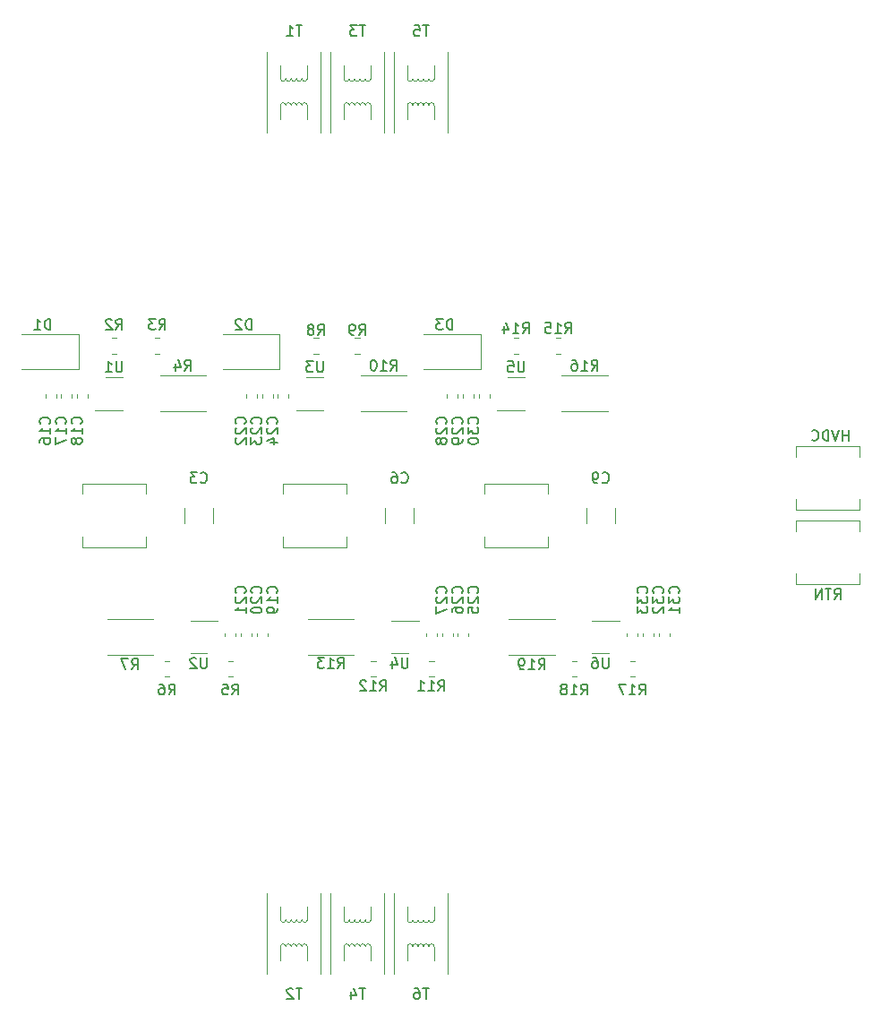
<source format=gbr>
G04 #@! TF.GenerationSoftware,KiCad,Pcbnew,(6.0.10)*
G04 #@! TF.CreationDate,2023-01-16T22:36:07-05:00*
G04 #@! TF.ProjectId,Three-Half-Bridges,54687265-652d-4486-916c-662d42726964,rev?*
G04 #@! TF.SameCoordinates,Original*
G04 #@! TF.FileFunction,Legend,Bot*
G04 #@! TF.FilePolarity,Positive*
%FSLAX46Y46*%
G04 Gerber Fmt 4.6, Leading zero omitted, Abs format (unit mm)*
G04 Created by KiCad (PCBNEW (6.0.10)) date 2023-01-16 22:36:07*
%MOMM*%
%LPD*%
G01*
G04 APERTURE LIST*
%ADD10C,0.150000*%
%ADD11C,0.120000*%
G04 APERTURE END LIST*
D10*
X192095238Y-105952380D02*
X192428571Y-105476190D01*
X192666666Y-105952380D02*
X192666666Y-104952380D01*
X192285714Y-104952380D01*
X192190476Y-105000000D01*
X192142857Y-105047619D01*
X192095238Y-105142857D01*
X192095238Y-105285714D01*
X192142857Y-105380952D01*
X192190476Y-105428571D01*
X192285714Y-105476190D01*
X192666666Y-105476190D01*
X191809523Y-104952380D02*
X191238095Y-104952380D01*
X191523809Y-105952380D02*
X191523809Y-104952380D01*
X190904761Y-105952380D02*
X190904761Y-104952380D01*
X190333333Y-105952380D01*
X190333333Y-104952380D01*
X193464285Y-90952380D02*
X193464285Y-89952380D01*
X193464285Y-90428571D02*
X192892857Y-90428571D01*
X192892857Y-90952380D02*
X192892857Y-89952380D01*
X192559523Y-89952380D02*
X192226190Y-90952380D01*
X191892857Y-89952380D01*
X191559523Y-90952380D02*
X191559523Y-89952380D01*
X191321428Y-89952380D01*
X191178571Y-90000000D01*
X191083333Y-90095238D01*
X191035714Y-90190476D01*
X190988095Y-90380952D01*
X190988095Y-90523809D01*
X191035714Y-90714285D01*
X191083333Y-90809523D01*
X191178571Y-90904761D01*
X191321428Y-90952380D01*
X191559523Y-90952380D01*
X189988095Y-90857142D02*
X190035714Y-90904761D01*
X190178571Y-90952380D01*
X190273809Y-90952380D01*
X190416666Y-90904761D01*
X190511904Y-90809523D01*
X190559523Y-90714285D01*
X190607142Y-90523809D01*
X190607142Y-90380952D01*
X190559523Y-90190476D01*
X190511904Y-90095238D01*
X190416666Y-90000000D01*
X190273809Y-89952380D01*
X190178571Y-89952380D01*
X190035714Y-90000000D01*
X189988095Y-90047619D01*
X162642857Y-80802380D02*
X162976190Y-80326190D01*
X163214285Y-80802380D02*
X163214285Y-79802380D01*
X162833333Y-79802380D01*
X162738095Y-79850000D01*
X162690476Y-79897619D01*
X162642857Y-79992857D01*
X162642857Y-80135714D01*
X162690476Y-80230952D01*
X162738095Y-80278571D01*
X162833333Y-80326190D01*
X163214285Y-80326190D01*
X161690476Y-80802380D02*
X162261904Y-80802380D01*
X161976190Y-80802380D02*
X161976190Y-79802380D01*
X162071428Y-79945238D01*
X162166666Y-80040476D01*
X162261904Y-80088095D01*
X160833333Y-80135714D02*
X160833333Y-80802380D01*
X161071428Y-79754761D02*
X161309523Y-80469047D01*
X160690476Y-80469047D01*
X162761904Y-83452380D02*
X162761904Y-84261904D01*
X162714285Y-84357142D01*
X162666666Y-84404761D01*
X162571428Y-84452380D01*
X162380952Y-84452380D01*
X162285714Y-84404761D01*
X162238095Y-84357142D01*
X162190476Y-84261904D01*
X162190476Y-83452380D01*
X161238095Y-83452380D02*
X161714285Y-83452380D01*
X161761904Y-83928571D01*
X161714285Y-83880952D01*
X161619047Y-83833333D01*
X161380952Y-83833333D01*
X161285714Y-83880952D01*
X161238095Y-83928571D01*
X161190476Y-84023809D01*
X161190476Y-84261904D01*
X161238095Y-84357142D01*
X161285714Y-84404761D01*
X161380952Y-84452380D01*
X161619047Y-84452380D01*
X161714285Y-84404761D01*
X161761904Y-84357142D01*
X173642857Y-114952380D02*
X173976190Y-114476190D01*
X174214285Y-114952380D02*
X174214285Y-113952380D01*
X173833333Y-113952380D01*
X173738095Y-114000000D01*
X173690476Y-114047619D01*
X173642857Y-114142857D01*
X173642857Y-114285714D01*
X173690476Y-114380952D01*
X173738095Y-114428571D01*
X173833333Y-114476190D01*
X174214285Y-114476190D01*
X172690476Y-114952380D02*
X173261904Y-114952380D01*
X172976190Y-114952380D02*
X172976190Y-113952380D01*
X173071428Y-114095238D01*
X173166666Y-114190476D01*
X173261904Y-114238095D01*
X172357142Y-113952380D02*
X171690476Y-113952380D01*
X172119047Y-114952380D01*
X136357142Y-105357142D02*
X136404761Y-105309523D01*
X136452380Y-105166666D01*
X136452380Y-105071428D01*
X136404761Y-104928571D01*
X136309523Y-104833333D01*
X136214285Y-104785714D01*
X136023809Y-104738095D01*
X135880952Y-104738095D01*
X135690476Y-104785714D01*
X135595238Y-104833333D01*
X135500000Y-104928571D01*
X135452380Y-105071428D01*
X135452380Y-105166666D01*
X135500000Y-105309523D01*
X135547619Y-105357142D01*
X135547619Y-105738095D02*
X135500000Y-105785714D01*
X135452380Y-105880952D01*
X135452380Y-106119047D01*
X135500000Y-106214285D01*
X135547619Y-106261904D01*
X135642857Y-106309523D01*
X135738095Y-106309523D01*
X135880952Y-106261904D01*
X136452380Y-105690476D01*
X136452380Y-106309523D01*
X136452380Y-107261904D02*
X136452380Y-106690476D01*
X136452380Y-106976190D02*
X135452380Y-106976190D01*
X135595238Y-106880952D01*
X135690476Y-106785714D01*
X135738095Y-106690476D01*
X155357142Y-105357142D02*
X155404761Y-105309523D01*
X155452380Y-105166666D01*
X155452380Y-105071428D01*
X155404761Y-104928571D01*
X155309523Y-104833333D01*
X155214285Y-104785714D01*
X155023809Y-104738095D01*
X154880952Y-104738095D01*
X154690476Y-104785714D01*
X154595238Y-104833333D01*
X154500000Y-104928571D01*
X154452380Y-105071428D01*
X154452380Y-105166666D01*
X154500000Y-105309523D01*
X154547619Y-105357142D01*
X154547619Y-105738095D02*
X154500000Y-105785714D01*
X154452380Y-105880952D01*
X154452380Y-106119047D01*
X154500000Y-106214285D01*
X154547619Y-106261904D01*
X154642857Y-106309523D01*
X154738095Y-106309523D01*
X154880952Y-106261904D01*
X155452380Y-105690476D01*
X155452380Y-106309523D01*
X154452380Y-106642857D02*
X154452380Y-107309523D01*
X155452380Y-106880952D01*
X168142857Y-114952380D02*
X168476190Y-114476190D01*
X168714285Y-114952380D02*
X168714285Y-113952380D01*
X168333333Y-113952380D01*
X168238095Y-114000000D01*
X168190476Y-114047619D01*
X168142857Y-114142857D01*
X168142857Y-114285714D01*
X168190476Y-114380952D01*
X168238095Y-114428571D01*
X168333333Y-114476190D01*
X168714285Y-114476190D01*
X167190476Y-114952380D02*
X167761904Y-114952380D01*
X167476190Y-114952380D02*
X167476190Y-113952380D01*
X167571428Y-114095238D01*
X167666666Y-114190476D01*
X167761904Y-114238095D01*
X166619047Y-114380952D02*
X166714285Y-114333333D01*
X166761904Y-114285714D01*
X166809523Y-114190476D01*
X166809523Y-114142857D01*
X166761904Y-114047619D01*
X166714285Y-114000000D01*
X166619047Y-113952380D01*
X166428571Y-113952380D01*
X166333333Y-114000000D01*
X166285714Y-114047619D01*
X166238095Y-114142857D01*
X166238095Y-114190476D01*
X166285714Y-114285714D01*
X166333333Y-114333333D01*
X166428571Y-114380952D01*
X166619047Y-114380952D01*
X166714285Y-114428571D01*
X166761904Y-114476190D01*
X166809523Y-114571428D01*
X166809523Y-114761904D01*
X166761904Y-114857142D01*
X166714285Y-114904761D01*
X166619047Y-114952380D01*
X166428571Y-114952380D01*
X166333333Y-114904761D01*
X166285714Y-114857142D01*
X166238095Y-114761904D01*
X166238095Y-114571428D01*
X166285714Y-114476190D01*
X166333333Y-114428571D01*
X166428571Y-114380952D01*
X149142857Y-114602380D02*
X149476190Y-114126190D01*
X149714285Y-114602380D02*
X149714285Y-113602380D01*
X149333333Y-113602380D01*
X149238095Y-113650000D01*
X149190476Y-113697619D01*
X149142857Y-113792857D01*
X149142857Y-113935714D01*
X149190476Y-114030952D01*
X149238095Y-114078571D01*
X149333333Y-114126190D01*
X149714285Y-114126190D01*
X148190476Y-114602380D02*
X148761904Y-114602380D01*
X148476190Y-114602380D02*
X148476190Y-113602380D01*
X148571428Y-113745238D01*
X148666666Y-113840476D01*
X148761904Y-113888095D01*
X147809523Y-113697619D02*
X147761904Y-113650000D01*
X147666666Y-113602380D01*
X147428571Y-113602380D01*
X147333333Y-113650000D01*
X147285714Y-113697619D01*
X147238095Y-113792857D01*
X147238095Y-113888095D01*
X147285714Y-114030952D01*
X147857142Y-114602380D01*
X147238095Y-114602380D01*
X156857142Y-105357142D02*
X156904761Y-105309523D01*
X156952380Y-105166666D01*
X156952380Y-105071428D01*
X156904761Y-104928571D01*
X156809523Y-104833333D01*
X156714285Y-104785714D01*
X156523809Y-104738095D01*
X156380952Y-104738095D01*
X156190476Y-104785714D01*
X156095238Y-104833333D01*
X156000000Y-104928571D01*
X155952380Y-105071428D01*
X155952380Y-105166666D01*
X156000000Y-105309523D01*
X156047619Y-105357142D01*
X156047619Y-105738095D02*
X156000000Y-105785714D01*
X155952380Y-105880952D01*
X155952380Y-106119047D01*
X156000000Y-106214285D01*
X156047619Y-106261904D01*
X156142857Y-106309523D01*
X156238095Y-106309523D01*
X156380952Y-106261904D01*
X156952380Y-105690476D01*
X156952380Y-106309523D01*
X155952380Y-107166666D02*
X155952380Y-106976190D01*
X156000000Y-106880952D01*
X156047619Y-106833333D01*
X156190476Y-106738095D01*
X156380952Y-106690476D01*
X156761904Y-106690476D01*
X156857142Y-106738095D01*
X156904761Y-106785714D01*
X156952380Y-106880952D01*
X156952380Y-107071428D01*
X156904761Y-107166666D01*
X156857142Y-107214285D01*
X156761904Y-107261904D01*
X156523809Y-107261904D01*
X156428571Y-107214285D01*
X156380952Y-107166666D01*
X156333333Y-107071428D01*
X156333333Y-106880952D01*
X156380952Y-106785714D01*
X156428571Y-106738095D01*
X156523809Y-106690476D01*
X166642857Y-80802380D02*
X166976190Y-80326190D01*
X167214285Y-80802380D02*
X167214285Y-79802380D01*
X166833333Y-79802380D01*
X166738095Y-79850000D01*
X166690476Y-79897619D01*
X166642857Y-79992857D01*
X166642857Y-80135714D01*
X166690476Y-80230952D01*
X166738095Y-80278571D01*
X166833333Y-80326190D01*
X167214285Y-80326190D01*
X165690476Y-80802380D02*
X166261904Y-80802380D01*
X165976190Y-80802380D02*
X165976190Y-79802380D01*
X166071428Y-79945238D01*
X166166666Y-80040476D01*
X166261904Y-80088095D01*
X164785714Y-79802380D02*
X165261904Y-79802380D01*
X165309523Y-80278571D01*
X165261904Y-80230952D01*
X165166666Y-80183333D01*
X164928571Y-80183333D01*
X164833333Y-80230952D01*
X164785714Y-80278571D01*
X164738095Y-80373809D01*
X164738095Y-80611904D01*
X164785714Y-80707142D01*
X164833333Y-80754761D01*
X164928571Y-80802380D01*
X165166666Y-80802380D01*
X165261904Y-80754761D01*
X165309523Y-80707142D01*
X147761904Y-51702380D02*
X147190476Y-51702380D01*
X147476190Y-52702380D02*
X147476190Y-51702380D01*
X146952380Y-51702380D02*
X146333333Y-51702380D01*
X146666666Y-52083333D01*
X146523809Y-52083333D01*
X146428571Y-52130952D01*
X146380952Y-52178571D01*
X146333333Y-52273809D01*
X146333333Y-52511904D01*
X146380952Y-52607142D01*
X146428571Y-52654761D01*
X146523809Y-52702380D01*
X146809523Y-52702380D01*
X146904761Y-52654761D01*
X146952380Y-52607142D01*
X143254166Y-80952380D02*
X143587500Y-80476190D01*
X143825595Y-80952380D02*
X143825595Y-79952380D01*
X143444642Y-79952380D01*
X143349404Y-80000000D01*
X143301785Y-80047619D01*
X143254166Y-80142857D01*
X143254166Y-80285714D01*
X143301785Y-80380952D01*
X143349404Y-80428571D01*
X143444642Y-80476190D01*
X143825595Y-80476190D01*
X142682738Y-80380952D02*
X142777976Y-80333333D01*
X142825595Y-80285714D01*
X142873214Y-80190476D01*
X142873214Y-80142857D01*
X142825595Y-80047619D01*
X142777976Y-80000000D01*
X142682738Y-79952380D01*
X142492261Y-79952380D01*
X142397023Y-80000000D01*
X142349404Y-80047619D01*
X142301785Y-80142857D01*
X142301785Y-80190476D01*
X142349404Y-80285714D01*
X142397023Y-80333333D01*
X142492261Y-80380952D01*
X142682738Y-80380952D01*
X142777976Y-80428571D01*
X142825595Y-80476190D01*
X142873214Y-80571428D01*
X142873214Y-80761904D01*
X142825595Y-80857142D01*
X142777976Y-80904761D01*
X142682738Y-80952380D01*
X142492261Y-80952380D01*
X142397023Y-80904761D01*
X142349404Y-80857142D01*
X142301785Y-80761904D01*
X142301785Y-80571428D01*
X142349404Y-80476190D01*
X142397023Y-80428571D01*
X142492261Y-80380952D01*
X158357142Y-89357142D02*
X158404761Y-89309523D01*
X158452380Y-89166666D01*
X158452380Y-89071428D01*
X158404761Y-88928571D01*
X158309523Y-88833333D01*
X158214285Y-88785714D01*
X158023809Y-88738095D01*
X157880952Y-88738095D01*
X157690476Y-88785714D01*
X157595238Y-88833333D01*
X157500000Y-88928571D01*
X157452380Y-89071428D01*
X157452380Y-89166666D01*
X157500000Y-89309523D01*
X157547619Y-89357142D01*
X157452380Y-89690476D02*
X157452380Y-90309523D01*
X157833333Y-89976190D01*
X157833333Y-90119047D01*
X157880952Y-90214285D01*
X157928571Y-90261904D01*
X158023809Y-90309523D01*
X158261904Y-90309523D01*
X158357142Y-90261904D01*
X158404761Y-90214285D01*
X158452380Y-90119047D01*
X158452380Y-89833333D01*
X158404761Y-89738095D01*
X158357142Y-89690476D01*
X157452380Y-90928571D02*
X157452380Y-91023809D01*
X157500000Y-91119047D01*
X157547619Y-91166666D01*
X157642857Y-91214285D01*
X157833333Y-91261904D01*
X158071428Y-91261904D01*
X158261904Y-91214285D01*
X158357142Y-91166666D01*
X158404761Y-91119047D01*
X158452380Y-91023809D01*
X158452380Y-90928571D01*
X158404761Y-90833333D01*
X158357142Y-90785714D01*
X158261904Y-90738095D01*
X158071428Y-90690476D01*
X157833333Y-90690476D01*
X157642857Y-90738095D01*
X157547619Y-90785714D01*
X157500000Y-90833333D01*
X157452380Y-90928571D01*
X174357142Y-105357142D02*
X174404761Y-105309523D01*
X174452380Y-105166666D01*
X174452380Y-105071428D01*
X174404761Y-104928571D01*
X174309523Y-104833333D01*
X174214285Y-104785714D01*
X174023809Y-104738095D01*
X173880952Y-104738095D01*
X173690476Y-104785714D01*
X173595238Y-104833333D01*
X173500000Y-104928571D01*
X173452380Y-105071428D01*
X173452380Y-105166666D01*
X173500000Y-105309523D01*
X173547619Y-105357142D01*
X173452380Y-105690476D02*
X173452380Y-106309523D01*
X173833333Y-105976190D01*
X173833333Y-106119047D01*
X173880952Y-106214285D01*
X173928571Y-106261904D01*
X174023809Y-106309523D01*
X174261904Y-106309523D01*
X174357142Y-106261904D01*
X174404761Y-106214285D01*
X174452380Y-106119047D01*
X174452380Y-105833333D01*
X174404761Y-105738095D01*
X174357142Y-105690476D01*
X173452380Y-106642857D02*
X173452380Y-107261904D01*
X173833333Y-106928571D01*
X173833333Y-107071428D01*
X173880952Y-107166666D01*
X173928571Y-107214285D01*
X174023809Y-107261904D01*
X174261904Y-107261904D01*
X174357142Y-107214285D01*
X174404761Y-107166666D01*
X174452380Y-107071428D01*
X174452380Y-106785714D01*
X174404761Y-106690476D01*
X174357142Y-106642857D01*
X170761904Y-111452380D02*
X170761904Y-112261904D01*
X170714285Y-112357142D01*
X170666666Y-112404761D01*
X170571428Y-112452380D01*
X170380952Y-112452380D01*
X170285714Y-112404761D01*
X170238095Y-112357142D01*
X170190476Y-112261904D01*
X170190476Y-111452380D01*
X169285714Y-111452380D02*
X169476190Y-111452380D01*
X169571428Y-111500000D01*
X169619047Y-111547619D01*
X169714285Y-111690476D01*
X169761904Y-111880952D01*
X169761904Y-112261904D01*
X169714285Y-112357142D01*
X169666666Y-112404761D01*
X169571428Y-112452380D01*
X169380952Y-112452380D01*
X169285714Y-112404761D01*
X169238095Y-112357142D01*
X169190476Y-112261904D01*
X169190476Y-112023809D01*
X169238095Y-111928571D01*
X169285714Y-111880952D01*
X169380952Y-111833333D01*
X169571428Y-111833333D01*
X169666666Y-111880952D01*
X169714285Y-111928571D01*
X169761904Y-112023809D01*
X136988095Y-80452380D02*
X136988095Y-79452380D01*
X136750000Y-79452380D01*
X136607142Y-79500000D01*
X136511904Y-79595238D01*
X136464285Y-79690476D01*
X136416666Y-79880952D01*
X136416666Y-80023809D01*
X136464285Y-80214285D01*
X136511904Y-80309523D01*
X136607142Y-80404761D01*
X136750000Y-80452380D01*
X136988095Y-80452380D01*
X136035714Y-79547619D02*
X135988095Y-79500000D01*
X135892857Y-79452380D01*
X135654761Y-79452380D01*
X135559523Y-79500000D01*
X135511904Y-79547619D01*
X135464285Y-79642857D01*
X135464285Y-79738095D01*
X135511904Y-79880952D01*
X136083333Y-80452380D01*
X135464285Y-80452380D01*
X141761904Y-142702380D02*
X141190476Y-142702380D01*
X141476190Y-143702380D02*
X141476190Y-142702380D01*
X140904761Y-142797619D02*
X140857142Y-142750000D01*
X140761904Y-142702380D01*
X140523809Y-142702380D01*
X140428571Y-142750000D01*
X140380952Y-142797619D01*
X140333333Y-142892857D01*
X140333333Y-142988095D01*
X140380952Y-143130952D01*
X140952380Y-143702380D01*
X140333333Y-143702380D01*
X153761904Y-142702380D02*
X153190476Y-142702380D01*
X153476190Y-143702380D02*
X153476190Y-142702380D01*
X152428571Y-142702380D02*
X152619047Y-142702380D01*
X152714285Y-142750000D01*
X152761904Y-142797619D01*
X152857142Y-142940476D01*
X152904761Y-143130952D01*
X152904761Y-143511904D01*
X152857142Y-143607142D01*
X152809523Y-143654761D01*
X152714285Y-143702380D01*
X152523809Y-143702380D01*
X152428571Y-143654761D01*
X152380952Y-143607142D01*
X152333333Y-143511904D01*
X152333333Y-143273809D01*
X152380952Y-143178571D01*
X152428571Y-143130952D01*
X152523809Y-143083333D01*
X152714285Y-143083333D01*
X152809523Y-143130952D01*
X152857142Y-143178571D01*
X152904761Y-143273809D01*
X130666666Y-84332380D02*
X131000000Y-83856190D01*
X131238095Y-84332380D02*
X131238095Y-83332380D01*
X130857142Y-83332380D01*
X130761904Y-83380000D01*
X130714285Y-83427619D01*
X130666666Y-83522857D01*
X130666666Y-83665714D01*
X130714285Y-83760952D01*
X130761904Y-83808571D01*
X130857142Y-83856190D01*
X131238095Y-83856190D01*
X129809523Y-83665714D02*
X129809523Y-84332380D01*
X130047619Y-83284761D02*
X130285714Y-83999047D01*
X129666666Y-83999047D01*
X139357142Y-105357142D02*
X139404761Y-105309523D01*
X139452380Y-105166666D01*
X139452380Y-105071428D01*
X139404761Y-104928571D01*
X139309523Y-104833333D01*
X139214285Y-104785714D01*
X139023809Y-104738095D01*
X138880952Y-104738095D01*
X138690476Y-104785714D01*
X138595238Y-104833333D01*
X138500000Y-104928571D01*
X138452380Y-105071428D01*
X138452380Y-105166666D01*
X138500000Y-105309523D01*
X138547619Y-105357142D01*
X139452380Y-106309523D02*
X139452380Y-105738095D01*
X139452380Y-106023809D02*
X138452380Y-106023809D01*
X138595238Y-105928571D01*
X138690476Y-105833333D01*
X138738095Y-105738095D01*
X139452380Y-106785714D02*
X139452380Y-106976190D01*
X139404761Y-107071428D01*
X139357142Y-107119047D01*
X139214285Y-107214285D01*
X139023809Y-107261904D01*
X138642857Y-107261904D01*
X138547619Y-107214285D01*
X138500000Y-107166666D01*
X138452380Y-107071428D01*
X138452380Y-106880952D01*
X138500000Y-106785714D01*
X138547619Y-106738095D01*
X138642857Y-106690476D01*
X138880952Y-106690476D01*
X138976190Y-106738095D01*
X139023809Y-106785714D01*
X139071428Y-106880952D01*
X139071428Y-107071428D01*
X139023809Y-107166666D01*
X138976190Y-107214285D01*
X138880952Y-107261904D01*
X125666666Y-112572380D02*
X126000000Y-112096190D01*
X126238095Y-112572380D02*
X126238095Y-111572380D01*
X125857142Y-111572380D01*
X125761904Y-111620000D01*
X125714285Y-111667619D01*
X125666666Y-111762857D01*
X125666666Y-111905714D01*
X125714285Y-112000952D01*
X125761904Y-112048571D01*
X125857142Y-112096190D01*
X126238095Y-112096190D01*
X125333333Y-111572380D02*
X124666666Y-111572380D01*
X125095238Y-112572380D01*
X154642857Y-114602380D02*
X154976190Y-114126190D01*
X155214285Y-114602380D02*
X155214285Y-113602380D01*
X154833333Y-113602380D01*
X154738095Y-113650000D01*
X154690476Y-113697619D01*
X154642857Y-113792857D01*
X154642857Y-113935714D01*
X154690476Y-114030952D01*
X154738095Y-114078571D01*
X154833333Y-114126190D01*
X155214285Y-114126190D01*
X153690476Y-114602380D02*
X154261904Y-114602380D01*
X153976190Y-114602380D02*
X153976190Y-113602380D01*
X154071428Y-113745238D01*
X154166666Y-113840476D01*
X154261904Y-113888095D01*
X152738095Y-114602380D02*
X153309523Y-114602380D01*
X153023809Y-114602380D02*
X153023809Y-113602380D01*
X153119047Y-113745238D01*
X153214285Y-113840476D01*
X153309523Y-113888095D01*
X119357142Y-89357142D02*
X119404761Y-89309523D01*
X119452380Y-89166666D01*
X119452380Y-89071428D01*
X119404761Y-88928571D01*
X119309523Y-88833333D01*
X119214285Y-88785714D01*
X119023809Y-88738095D01*
X118880952Y-88738095D01*
X118690476Y-88785714D01*
X118595238Y-88833333D01*
X118500000Y-88928571D01*
X118452380Y-89071428D01*
X118452380Y-89166666D01*
X118500000Y-89309523D01*
X118547619Y-89357142D01*
X119452380Y-90309523D02*
X119452380Y-89738095D01*
X119452380Y-90023809D02*
X118452380Y-90023809D01*
X118595238Y-89928571D01*
X118690476Y-89833333D01*
X118738095Y-89738095D01*
X118452380Y-90642857D02*
X118452380Y-91309523D01*
X119452380Y-90880952D01*
X141761904Y-51702380D02*
X141190476Y-51702380D01*
X141476190Y-52702380D02*
X141476190Y-51702380D01*
X140333333Y-52702380D02*
X140904761Y-52702380D01*
X140619047Y-52702380D02*
X140619047Y-51702380D01*
X140714285Y-51845238D01*
X140809523Y-51940476D01*
X140904761Y-51988095D01*
X175857142Y-105357142D02*
X175904761Y-105309523D01*
X175952380Y-105166666D01*
X175952380Y-105071428D01*
X175904761Y-104928571D01*
X175809523Y-104833333D01*
X175714285Y-104785714D01*
X175523809Y-104738095D01*
X175380952Y-104738095D01*
X175190476Y-104785714D01*
X175095238Y-104833333D01*
X175000000Y-104928571D01*
X174952380Y-105071428D01*
X174952380Y-105166666D01*
X175000000Y-105309523D01*
X175047619Y-105357142D01*
X174952380Y-105690476D02*
X174952380Y-106309523D01*
X175333333Y-105976190D01*
X175333333Y-106119047D01*
X175380952Y-106214285D01*
X175428571Y-106261904D01*
X175523809Y-106309523D01*
X175761904Y-106309523D01*
X175857142Y-106261904D01*
X175904761Y-106214285D01*
X175952380Y-106119047D01*
X175952380Y-105833333D01*
X175904761Y-105738095D01*
X175857142Y-105690476D01*
X175047619Y-106690476D02*
X175000000Y-106738095D01*
X174952380Y-106833333D01*
X174952380Y-107071428D01*
X175000000Y-107166666D01*
X175047619Y-107214285D01*
X175142857Y-107261904D01*
X175238095Y-107261904D01*
X175380952Y-107214285D01*
X175952380Y-106642857D01*
X175952380Y-107261904D01*
X150142857Y-84332380D02*
X150476190Y-83856190D01*
X150714285Y-84332380D02*
X150714285Y-83332380D01*
X150333333Y-83332380D01*
X150238095Y-83380000D01*
X150190476Y-83427619D01*
X150142857Y-83522857D01*
X150142857Y-83665714D01*
X150190476Y-83760952D01*
X150238095Y-83808571D01*
X150333333Y-83856190D01*
X150714285Y-83856190D01*
X149190476Y-84332380D02*
X149761904Y-84332380D01*
X149476190Y-84332380D02*
X149476190Y-83332380D01*
X149571428Y-83475238D01*
X149666666Y-83570476D01*
X149761904Y-83618095D01*
X148571428Y-83332380D02*
X148476190Y-83332380D01*
X148380952Y-83380000D01*
X148333333Y-83427619D01*
X148285714Y-83522857D01*
X148238095Y-83713333D01*
X148238095Y-83951428D01*
X148285714Y-84141904D01*
X148333333Y-84237142D01*
X148380952Y-84284761D01*
X148476190Y-84332380D01*
X148571428Y-84332380D01*
X148666666Y-84284761D01*
X148714285Y-84237142D01*
X148761904Y-84141904D01*
X148809523Y-83951428D01*
X148809523Y-83713333D01*
X148761904Y-83522857D01*
X148714285Y-83427619D01*
X148666666Y-83380000D01*
X148571428Y-83332380D01*
X137857142Y-105357142D02*
X137904761Y-105309523D01*
X137952380Y-105166666D01*
X137952380Y-105071428D01*
X137904761Y-104928571D01*
X137809523Y-104833333D01*
X137714285Y-104785714D01*
X137523809Y-104738095D01*
X137380952Y-104738095D01*
X137190476Y-104785714D01*
X137095238Y-104833333D01*
X137000000Y-104928571D01*
X136952380Y-105071428D01*
X136952380Y-105166666D01*
X137000000Y-105309523D01*
X137047619Y-105357142D01*
X137047619Y-105738095D02*
X137000000Y-105785714D01*
X136952380Y-105880952D01*
X136952380Y-106119047D01*
X137000000Y-106214285D01*
X137047619Y-106261904D01*
X137142857Y-106309523D01*
X137238095Y-106309523D01*
X137380952Y-106261904D01*
X137952380Y-105690476D01*
X137952380Y-106309523D01*
X136952380Y-106928571D02*
X136952380Y-107023809D01*
X137000000Y-107119047D01*
X137047619Y-107166666D01*
X137142857Y-107214285D01*
X137333333Y-107261904D01*
X137571428Y-107261904D01*
X137761904Y-107214285D01*
X137857142Y-107166666D01*
X137904761Y-107119047D01*
X137952380Y-107023809D01*
X137952380Y-106928571D01*
X137904761Y-106833333D01*
X137857142Y-106785714D01*
X137761904Y-106738095D01*
X137571428Y-106690476D01*
X137333333Y-106690476D01*
X137142857Y-106738095D01*
X137047619Y-106785714D01*
X137000000Y-106833333D01*
X136952380Y-106928571D01*
X117988095Y-80452380D02*
X117988095Y-79452380D01*
X117750000Y-79452380D01*
X117607142Y-79500000D01*
X117511904Y-79595238D01*
X117464285Y-79690476D01*
X117416666Y-79880952D01*
X117416666Y-80023809D01*
X117464285Y-80214285D01*
X117511904Y-80309523D01*
X117607142Y-80404761D01*
X117750000Y-80452380D01*
X117988095Y-80452380D01*
X116464285Y-80452380D02*
X117035714Y-80452380D01*
X116750000Y-80452380D02*
X116750000Y-79452380D01*
X116845238Y-79595238D01*
X116940476Y-79690476D01*
X117035714Y-79738095D01*
X129166666Y-114952380D02*
X129500000Y-114476190D01*
X129738095Y-114952380D02*
X129738095Y-113952380D01*
X129357142Y-113952380D01*
X129261904Y-114000000D01*
X129214285Y-114047619D01*
X129166666Y-114142857D01*
X129166666Y-114285714D01*
X129214285Y-114380952D01*
X129261904Y-114428571D01*
X129357142Y-114476190D01*
X129738095Y-114476190D01*
X128309523Y-113952380D02*
X128500000Y-113952380D01*
X128595238Y-114000000D01*
X128642857Y-114047619D01*
X128738095Y-114190476D01*
X128785714Y-114380952D01*
X128785714Y-114761904D01*
X128738095Y-114857142D01*
X128690476Y-114904761D01*
X128595238Y-114952380D01*
X128404761Y-114952380D01*
X128309523Y-114904761D01*
X128261904Y-114857142D01*
X128214285Y-114761904D01*
X128214285Y-114523809D01*
X128261904Y-114428571D01*
X128309523Y-114380952D01*
X128404761Y-114333333D01*
X128595238Y-114333333D01*
X128690476Y-114380952D01*
X128738095Y-114428571D01*
X128785714Y-114523809D01*
X151761904Y-111452380D02*
X151761904Y-112261904D01*
X151714285Y-112357142D01*
X151666666Y-112404761D01*
X151571428Y-112452380D01*
X151380952Y-112452380D01*
X151285714Y-112404761D01*
X151238095Y-112357142D01*
X151190476Y-112261904D01*
X151190476Y-111452380D01*
X150285714Y-111785714D02*
X150285714Y-112452380D01*
X150523809Y-111404761D02*
X150761904Y-112119047D01*
X150142857Y-112119047D01*
X136357142Y-89357142D02*
X136404761Y-89309523D01*
X136452380Y-89166666D01*
X136452380Y-89071428D01*
X136404761Y-88928571D01*
X136309523Y-88833333D01*
X136214285Y-88785714D01*
X136023809Y-88738095D01*
X135880952Y-88738095D01*
X135690476Y-88785714D01*
X135595238Y-88833333D01*
X135500000Y-88928571D01*
X135452380Y-89071428D01*
X135452380Y-89166666D01*
X135500000Y-89309523D01*
X135547619Y-89357142D01*
X135547619Y-89738095D02*
X135500000Y-89785714D01*
X135452380Y-89880952D01*
X135452380Y-90119047D01*
X135500000Y-90214285D01*
X135547619Y-90261904D01*
X135642857Y-90309523D01*
X135738095Y-90309523D01*
X135880952Y-90261904D01*
X136452380Y-89690476D01*
X136452380Y-90309523D01*
X135547619Y-90690476D02*
X135500000Y-90738095D01*
X135452380Y-90833333D01*
X135452380Y-91071428D01*
X135500000Y-91166666D01*
X135547619Y-91214285D01*
X135642857Y-91261904D01*
X135738095Y-91261904D01*
X135880952Y-91214285D01*
X136452380Y-90642857D01*
X136452380Y-91261904D01*
X143761904Y-83452380D02*
X143761904Y-84261904D01*
X143714285Y-84357142D01*
X143666666Y-84404761D01*
X143571428Y-84452380D01*
X143380952Y-84452380D01*
X143285714Y-84404761D01*
X143238095Y-84357142D01*
X143190476Y-84261904D01*
X143190476Y-83452380D01*
X142809523Y-83452380D02*
X142190476Y-83452380D01*
X142523809Y-83833333D01*
X142380952Y-83833333D01*
X142285714Y-83880952D01*
X142238095Y-83928571D01*
X142190476Y-84023809D01*
X142190476Y-84261904D01*
X142238095Y-84357142D01*
X142285714Y-84404761D01*
X142380952Y-84452380D01*
X142666666Y-84452380D01*
X142761904Y-84404761D01*
X142809523Y-84357142D01*
X132166666Y-94857142D02*
X132214285Y-94904761D01*
X132357142Y-94952380D01*
X132452380Y-94952380D01*
X132595238Y-94904761D01*
X132690476Y-94809523D01*
X132738095Y-94714285D01*
X132785714Y-94523809D01*
X132785714Y-94380952D01*
X132738095Y-94190476D01*
X132690476Y-94095238D01*
X132595238Y-94000000D01*
X132452380Y-93952380D01*
X132357142Y-93952380D01*
X132214285Y-94000000D01*
X132166666Y-94047619D01*
X131833333Y-93952380D02*
X131214285Y-93952380D01*
X131547619Y-94333333D01*
X131404761Y-94333333D01*
X131309523Y-94380952D01*
X131261904Y-94428571D01*
X131214285Y-94523809D01*
X131214285Y-94761904D01*
X131261904Y-94857142D01*
X131309523Y-94904761D01*
X131404761Y-94952380D01*
X131690476Y-94952380D01*
X131785714Y-94904761D01*
X131833333Y-94857142D01*
X170166666Y-94857142D02*
X170214285Y-94904761D01*
X170357142Y-94952380D01*
X170452380Y-94952380D01*
X170595238Y-94904761D01*
X170690476Y-94809523D01*
X170738095Y-94714285D01*
X170785714Y-94523809D01*
X170785714Y-94380952D01*
X170738095Y-94190476D01*
X170690476Y-94095238D01*
X170595238Y-94000000D01*
X170452380Y-93952380D01*
X170357142Y-93952380D01*
X170214285Y-94000000D01*
X170166666Y-94047619D01*
X169690476Y-94952380D02*
X169500000Y-94952380D01*
X169404761Y-94904761D01*
X169357142Y-94857142D01*
X169261904Y-94714285D01*
X169214285Y-94523809D01*
X169214285Y-94142857D01*
X169261904Y-94047619D01*
X169309523Y-94000000D01*
X169404761Y-93952380D01*
X169595238Y-93952380D01*
X169690476Y-94000000D01*
X169738095Y-94047619D01*
X169785714Y-94142857D01*
X169785714Y-94380952D01*
X169738095Y-94476190D01*
X169690476Y-94523809D01*
X169595238Y-94571428D01*
X169404761Y-94571428D01*
X169309523Y-94523809D01*
X169261904Y-94476190D01*
X169214285Y-94380952D01*
X147761904Y-142702380D02*
X147190476Y-142702380D01*
X147476190Y-143702380D02*
X147476190Y-142702380D01*
X146428571Y-143035714D02*
X146428571Y-143702380D01*
X146666666Y-142654761D02*
X146904761Y-143369047D01*
X146285714Y-143369047D01*
X139357142Y-89357142D02*
X139404761Y-89309523D01*
X139452380Y-89166666D01*
X139452380Y-89071428D01*
X139404761Y-88928571D01*
X139309523Y-88833333D01*
X139214285Y-88785714D01*
X139023809Y-88738095D01*
X138880952Y-88738095D01*
X138690476Y-88785714D01*
X138595238Y-88833333D01*
X138500000Y-88928571D01*
X138452380Y-89071428D01*
X138452380Y-89166666D01*
X138500000Y-89309523D01*
X138547619Y-89357142D01*
X138547619Y-89738095D02*
X138500000Y-89785714D01*
X138452380Y-89880952D01*
X138452380Y-90119047D01*
X138500000Y-90214285D01*
X138547619Y-90261904D01*
X138642857Y-90309523D01*
X138738095Y-90309523D01*
X138880952Y-90261904D01*
X139452380Y-89690476D01*
X139452380Y-90309523D01*
X138785714Y-91166666D02*
X139452380Y-91166666D01*
X138404761Y-90928571D02*
X139119047Y-90690476D01*
X139119047Y-91309523D01*
X124761904Y-83452380D02*
X124761904Y-84261904D01*
X124714285Y-84357142D01*
X124666666Y-84404761D01*
X124571428Y-84452380D01*
X124380952Y-84452380D01*
X124285714Y-84404761D01*
X124238095Y-84357142D01*
X124190476Y-84261904D01*
X124190476Y-83452380D01*
X123190476Y-84452380D02*
X123761904Y-84452380D01*
X123476190Y-84452380D02*
X123476190Y-83452380D01*
X123571428Y-83595238D01*
X123666666Y-83690476D01*
X123761904Y-83738095D01*
X120857142Y-89357142D02*
X120904761Y-89309523D01*
X120952380Y-89166666D01*
X120952380Y-89071428D01*
X120904761Y-88928571D01*
X120809523Y-88833333D01*
X120714285Y-88785714D01*
X120523809Y-88738095D01*
X120380952Y-88738095D01*
X120190476Y-88785714D01*
X120095238Y-88833333D01*
X120000000Y-88928571D01*
X119952380Y-89071428D01*
X119952380Y-89166666D01*
X120000000Y-89309523D01*
X120047619Y-89357142D01*
X120952380Y-90309523D02*
X120952380Y-89738095D01*
X120952380Y-90023809D02*
X119952380Y-90023809D01*
X120095238Y-89928571D01*
X120190476Y-89833333D01*
X120238095Y-89738095D01*
X120380952Y-90880952D02*
X120333333Y-90785714D01*
X120285714Y-90738095D01*
X120190476Y-90690476D01*
X120142857Y-90690476D01*
X120047619Y-90738095D01*
X120000000Y-90785714D01*
X119952380Y-90880952D01*
X119952380Y-91071428D01*
X120000000Y-91166666D01*
X120047619Y-91214285D01*
X120142857Y-91261904D01*
X120190476Y-91261904D01*
X120285714Y-91214285D01*
X120333333Y-91166666D01*
X120380952Y-91071428D01*
X120380952Y-90880952D01*
X120428571Y-90785714D01*
X120476190Y-90738095D01*
X120571428Y-90690476D01*
X120761904Y-90690476D01*
X120857142Y-90738095D01*
X120904761Y-90785714D01*
X120952380Y-90880952D01*
X120952380Y-91071428D01*
X120904761Y-91166666D01*
X120857142Y-91214285D01*
X120761904Y-91261904D01*
X120571428Y-91261904D01*
X120476190Y-91214285D01*
X120428571Y-91166666D01*
X120380952Y-91071428D01*
X137857142Y-89357142D02*
X137904761Y-89309523D01*
X137952380Y-89166666D01*
X137952380Y-89071428D01*
X137904761Y-88928571D01*
X137809523Y-88833333D01*
X137714285Y-88785714D01*
X137523809Y-88738095D01*
X137380952Y-88738095D01*
X137190476Y-88785714D01*
X137095238Y-88833333D01*
X137000000Y-88928571D01*
X136952380Y-89071428D01*
X136952380Y-89166666D01*
X137000000Y-89309523D01*
X137047619Y-89357142D01*
X137047619Y-89738095D02*
X137000000Y-89785714D01*
X136952380Y-89880952D01*
X136952380Y-90119047D01*
X137000000Y-90214285D01*
X137047619Y-90261904D01*
X137142857Y-90309523D01*
X137238095Y-90309523D01*
X137380952Y-90261904D01*
X137952380Y-89690476D01*
X137952380Y-90309523D01*
X136952380Y-90642857D02*
X136952380Y-91261904D01*
X137333333Y-90928571D01*
X137333333Y-91071428D01*
X137380952Y-91166666D01*
X137428571Y-91214285D01*
X137523809Y-91261904D01*
X137761904Y-91261904D01*
X137857142Y-91214285D01*
X137904761Y-91166666D01*
X137952380Y-91071428D01*
X137952380Y-90785714D01*
X137904761Y-90690476D01*
X137857142Y-90642857D01*
X117857142Y-89357142D02*
X117904761Y-89309523D01*
X117952380Y-89166666D01*
X117952380Y-89071428D01*
X117904761Y-88928571D01*
X117809523Y-88833333D01*
X117714285Y-88785714D01*
X117523809Y-88738095D01*
X117380952Y-88738095D01*
X117190476Y-88785714D01*
X117095238Y-88833333D01*
X117000000Y-88928571D01*
X116952380Y-89071428D01*
X116952380Y-89166666D01*
X117000000Y-89309523D01*
X117047619Y-89357142D01*
X117952380Y-90309523D02*
X117952380Y-89738095D01*
X117952380Y-90023809D02*
X116952380Y-90023809D01*
X117095238Y-89928571D01*
X117190476Y-89833333D01*
X117238095Y-89738095D01*
X116952380Y-91166666D02*
X116952380Y-90976190D01*
X117000000Y-90880952D01*
X117047619Y-90833333D01*
X117190476Y-90738095D01*
X117380952Y-90690476D01*
X117761904Y-90690476D01*
X117857142Y-90738095D01*
X117904761Y-90785714D01*
X117952380Y-90880952D01*
X117952380Y-91071428D01*
X117904761Y-91166666D01*
X117857142Y-91214285D01*
X117761904Y-91261904D01*
X117523809Y-91261904D01*
X117428571Y-91214285D01*
X117380952Y-91166666D01*
X117333333Y-91071428D01*
X117333333Y-90880952D01*
X117380952Y-90785714D01*
X117428571Y-90738095D01*
X117523809Y-90690476D01*
X147166666Y-80952380D02*
X147500000Y-80476190D01*
X147738095Y-80952380D02*
X147738095Y-79952380D01*
X147357142Y-79952380D01*
X147261904Y-80000000D01*
X147214285Y-80047619D01*
X147166666Y-80142857D01*
X147166666Y-80285714D01*
X147214285Y-80380952D01*
X147261904Y-80428571D01*
X147357142Y-80476190D01*
X147738095Y-80476190D01*
X146690476Y-80952380D02*
X146500000Y-80952380D01*
X146404761Y-80904761D01*
X146357142Y-80857142D01*
X146261904Y-80714285D01*
X146214285Y-80523809D01*
X146214285Y-80142857D01*
X146261904Y-80047619D01*
X146309523Y-80000000D01*
X146404761Y-79952380D01*
X146595238Y-79952380D01*
X146690476Y-80000000D01*
X146738095Y-80047619D01*
X146785714Y-80142857D01*
X146785714Y-80380952D01*
X146738095Y-80476190D01*
X146690476Y-80523809D01*
X146595238Y-80571428D01*
X146404761Y-80571428D01*
X146309523Y-80523809D01*
X146261904Y-80476190D01*
X146214285Y-80380952D01*
X155988095Y-80452380D02*
X155988095Y-79452380D01*
X155750000Y-79452380D01*
X155607142Y-79500000D01*
X155511904Y-79595238D01*
X155464285Y-79690476D01*
X155416666Y-79880952D01*
X155416666Y-80023809D01*
X155464285Y-80214285D01*
X155511904Y-80309523D01*
X155607142Y-80404761D01*
X155750000Y-80452380D01*
X155988095Y-80452380D01*
X155083333Y-79452380D02*
X154464285Y-79452380D01*
X154797619Y-79833333D01*
X154654761Y-79833333D01*
X154559523Y-79880952D01*
X154511904Y-79928571D01*
X154464285Y-80023809D01*
X154464285Y-80261904D01*
X154511904Y-80357142D01*
X154559523Y-80404761D01*
X154654761Y-80452380D01*
X154940476Y-80452380D01*
X155035714Y-80404761D01*
X155083333Y-80357142D01*
X158357142Y-105357142D02*
X158404761Y-105309523D01*
X158452380Y-105166666D01*
X158452380Y-105071428D01*
X158404761Y-104928571D01*
X158309523Y-104833333D01*
X158214285Y-104785714D01*
X158023809Y-104738095D01*
X157880952Y-104738095D01*
X157690476Y-104785714D01*
X157595238Y-104833333D01*
X157500000Y-104928571D01*
X157452380Y-105071428D01*
X157452380Y-105166666D01*
X157500000Y-105309523D01*
X157547619Y-105357142D01*
X157547619Y-105738095D02*
X157500000Y-105785714D01*
X157452380Y-105880952D01*
X157452380Y-106119047D01*
X157500000Y-106214285D01*
X157547619Y-106261904D01*
X157642857Y-106309523D01*
X157738095Y-106309523D01*
X157880952Y-106261904D01*
X158452380Y-105690476D01*
X158452380Y-106309523D01*
X157452380Y-107214285D02*
X157452380Y-106738095D01*
X157928571Y-106690476D01*
X157880952Y-106738095D01*
X157833333Y-106833333D01*
X157833333Y-107071428D01*
X157880952Y-107166666D01*
X157928571Y-107214285D01*
X158023809Y-107261904D01*
X158261904Y-107261904D01*
X158357142Y-107214285D01*
X158404761Y-107166666D01*
X158452380Y-107071428D01*
X158452380Y-106833333D01*
X158404761Y-106738095D01*
X158357142Y-106690476D01*
X156857142Y-89357142D02*
X156904761Y-89309523D01*
X156952380Y-89166666D01*
X156952380Y-89071428D01*
X156904761Y-88928571D01*
X156809523Y-88833333D01*
X156714285Y-88785714D01*
X156523809Y-88738095D01*
X156380952Y-88738095D01*
X156190476Y-88785714D01*
X156095238Y-88833333D01*
X156000000Y-88928571D01*
X155952380Y-89071428D01*
X155952380Y-89166666D01*
X156000000Y-89309523D01*
X156047619Y-89357142D01*
X156047619Y-89738095D02*
X156000000Y-89785714D01*
X155952380Y-89880952D01*
X155952380Y-90119047D01*
X156000000Y-90214285D01*
X156047619Y-90261904D01*
X156142857Y-90309523D01*
X156238095Y-90309523D01*
X156380952Y-90261904D01*
X156952380Y-89690476D01*
X156952380Y-90309523D01*
X156952380Y-90785714D02*
X156952380Y-90976190D01*
X156904761Y-91071428D01*
X156857142Y-91119047D01*
X156714285Y-91214285D01*
X156523809Y-91261904D01*
X156142857Y-91261904D01*
X156047619Y-91214285D01*
X156000000Y-91166666D01*
X155952380Y-91071428D01*
X155952380Y-90880952D01*
X156000000Y-90785714D01*
X156047619Y-90738095D01*
X156142857Y-90690476D01*
X156380952Y-90690476D01*
X156476190Y-90738095D01*
X156523809Y-90785714D01*
X156571428Y-90880952D01*
X156571428Y-91071428D01*
X156523809Y-91166666D01*
X156476190Y-91214285D01*
X156380952Y-91261904D01*
X169142857Y-84332380D02*
X169476190Y-83856190D01*
X169714285Y-84332380D02*
X169714285Y-83332380D01*
X169333333Y-83332380D01*
X169238095Y-83380000D01*
X169190476Y-83427619D01*
X169142857Y-83522857D01*
X169142857Y-83665714D01*
X169190476Y-83760952D01*
X169238095Y-83808571D01*
X169333333Y-83856190D01*
X169714285Y-83856190D01*
X168190476Y-84332380D02*
X168761904Y-84332380D01*
X168476190Y-84332380D02*
X168476190Y-83332380D01*
X168571428Y-83475238D01*
X168666666Y-83570476D01*
X168761904Y-83618095D01*
X167333333Y-83332380D02*
X167523809Y-83332380D01*
X167619047Y-83380000D01*
X167666666Y-83427619D01*
X167761904Y-83570476D01*
X167809523Y-83760952D01*
X167809523Y-84141904D01*
X167761904Y-84237142D01*
X167714285Y-84284761D01*
X167619047Y-84332380D01*
X167428571Y-84332380D01*
X167333333Y-84284761D01*
X167285714Y-84237142D01*
X167238095Y-84141904D01*
X167238095Y-83903809D01*
X167285714Y-83808571D01*
X167333333Y-83760952D01*
X167428571Y-83713333D01*
X167619047Y-83713333D01*
X167714285Y-83760952D01*
X167761904Y-83808571D01*
X167809523Y-83903809D01*
X177357142Y-105357142D02*
X177404761Y-105309523D01*
X177452380Y-105166666D01*
X177452380Y-105071428D01*
X177404761Y-104928571D01*
X177309523Y-104833333D01*
X177214285Y-104785714D01*
X177023809Y-104738095D01*
X176880952Y-104738095D01*
X176690476Y-104785714D01*
X176595238Y-104833333D01*
X176500000Y-104928571D01*
X176452380Y-105071428D01*
X176452380Y-105166666D01*
X176500000Y-105309523D01*
X176547619Y-105357142D01*
X176452380Y-105690476D02*
X176452380Y-106309523D01*
X176833333Y-105976190D01*
X176833333Y-106119047D01*
X176880952Y-106214285D01*
X176928571Y-106261904D01*
X177023809Y-106309523D01*
X177261904Y-106309523D01*
X177357142Y-106261904D01*
X177404761Y-106214285D01*
X177452380Y-106119047D01*
X177452380Y-105833333D01*
X177404761Y-105738095D01*
X177357142Y-105690476D01*
X177452380Y-107261904D02*
X177452380Y-106690476D01*
X177452380Y-106976190D02*
X176452380Y-106976190D01*
X176595238Y-106880952D01*
X176690476Y-106785714D01*
X176738095Y-106690476D01*
X124166666Y-80452380D02*
X124500000Y-79976190D01*
X124738095Y-80452380D02*
X124738095Y-79452380D01*
X124357142Y-79452380D01*
X124261904Y-79500000D01*
X124214285Y-79547619D01*
X124166666Y-79642857D01*
X124166666Y-79785714D01*
X124214285Y-79880952D01*
X124261904Y-79928571D01*
X124357142Y-79976190D01*
X124738095Y-79976190D01*
X123785714Y-79547619D02*
X123738095Y-79500000D01*
X123642857Y-79452380D01*
X123404761Y-79452380D01*
X123309523Y-79500000D01*
X123261904Y-79547619D01*
X123214285Y-79642857D01*
X123214285Y-79738095D01*
X123261904Y-79880952D01*
X123833333Y-80452380D01*
X123214285Y-80452380D01*
X132761904Y-111452380D02*
X132761904Y-112261904D01*
X132714285Y-112357142D01*
X132666666Y-112404761D01*
X132571428Y-112452380D01*
X132380952Y-112452380D01*
X132285714Y-112404761D01*
X132238095Y-112357142D01*
X132190476Y-112261904D01*
X132190476Y-111452380D01*
X131761904Y-111547619D02*
X131714285Y-111500000D01*
X131619047Y-111452380D01*
X131380952Y-111452380D01*
X131285714Y-111500000D01*
X131238095Y-111547619D01*
X131190476Y-111642857D01*
X131190476Y-111738095D01*
X131238095Y-111880952D01*
X131809523Y-112452380D01*
X131190476Y-112452380D01*
X135166666Y-114952380D02*
X135500000Y-114476190D01*
X135738095Y-114952380D02*
X135738095Y-113952380D01*
X135357142Y-113952380D01*
X135261904Y-114000000D01*
X135214285Y-114047619D01*
X135166666Y-114142857D01*
X135166666Y-114285714D01*
X135214285Y-114380952D01*
X135261904Y-114428571D01*
X135357142Y-114476190D01*
X135738095Y-114476190D01*
X134261904Y-113952380D02*
X134738095Y-113952380D01*
X134785714Y-114428571D01*
X134738095Y-114380952D01*
X134642857Y-114333333D01*
X134404761Y-114333333D01*
X134309523Y-114380952D01*
X134261904Y-114428571D01*
X134214285Y-114523809D01*
X134214285Y-114761904D01*
X134261904Y-114857142D01*
X134309523Y-114904761D01*
X134404761Y-114952380D01*
X134642857Y-114952380D01*
X134738095Y-114904761D01*
X134785714Y-114857142D01*
X153761904Y-51702380D02*
X153190476Y-51702380D01*
X153476190Y-52702380D02*
X153476190Y-51702380D01*
X152380952Y-51702380D02*
X152857142Y-51702380D01*
X152904761Y-52178571D01*
X152857142Y-52130952D01*
X152761904Y-52083333D01*
X152523809Y-52083333D01*
X152428571Y-52130952D01*
X152380952Y-52178571D01*
X152333333Y-52273809D01*
X152333333Y-52511904D01*
X152380952Y-52607142D01*
X152428571Y-52654761D01*
X152523809Y-52702380D01*
X152761904Y-52702380D01*
X152857142Y-52654761D01*
X152904761Y-52607142D01*
X145142857Y-112452380D02*
X145476190Y-111976190D01*
X145714285Y-112452380D02*
X145714285Y-111452380D01*
X145333333Y-111452380D01*
X145238095Y-111500000D01*
X145190476Y-111547619D01*
X145142857Y-111642857D01*
X145142857Y-111785714D01*
X145190476Y-111880952D01*
X145238095Y-111928571D01*
X145333333Y-111976190D01*
X145714285Y-111976190D01*
X144190476Y-112452380D02*
X144761904Y-112452380D01*
X144476190Y-112452380D02*
X144476190Y-111452380D01*
X144571428Y-111595238D01*
X144666666Y-111690476D01*
X144761904Y-111738095D01*
X143857142Y-111452380D02*
X143238095Y-111452380D01*
X143571428Y-111833333D01*
X143428571Y-111833333D01*
X143333333Y-111880952D01*
X143285714Y-111928571D01*
X143238095Y-112023809D01*
X143238095Y-112261904D01*
X143285714Y-112357142D01*
X143333333Y-112404761D01*
X143428571Y-112452380D01*
X143714285Y-112452380D01*
X143809523Y-112404761D01*
X143857142Y-112357142D01*
X155357142Y-89357142D02*
X155404761Y-89309523D01*
X155452380Y-89166666D01*
X155452380Y-89071428D01*
X155404761Y-88928571D01*
X155309523Y-88833333D01*
X155214285Y-88785714D01*
X155023809Y-88738095D01*
X154880952Y-88738095D01*
X154690476Y-88785714D01*
X154595238Y-88833333D01*
X154500000Y-88928571D01*
X154452380Y-89071428D01*
X154452380Y-89166666D01*
X154500000Y-89309523D01*
X154547619Y-89357142D01*
X154547619Y-89738095D02*
X154500000Y-89785714D01*
X154452380Y-89880952D01*
X154452380Y-90119047D01*
X154500000Y-90214285D01*
X154547619Y-90261904D01*
X154642857Y-90309523D01*
X154738095Y-90309523D01*
X154880952Y-90261904D01*
X155452380Y-89690476D01*
X155452380Y-90309523D01*
X154880952Y-90880952D02*
X154833333Y-90785714D01*
X154785714Y-90738095D01*
X154690476Y-90690476D01*
X154642857Y-90690476D01*
X154547619Y-90738095D01*
X154500000Y-90785714D01*
X154452380Y-90880952D01*
X154452380Y-91071428D01*
X154500000Y-91166666D01*
X154547619Y-91214285D01*
X154642857Y-91261904D01*
X154690476Y-91261904D01*
X154785714Y-91214285D01*
X154833333Y-91166666D01*
X154880952Y-91071428D01*
X154880952Y-90880952D01*
X154928571Y-90785714D01*
X154976190Y-90738095D01*
X155071428Y-90690476D01*
X155261904Y-90690476D01*
X155357142Y-90738095D01*
X155404761Y-90785714D01*
X155452380Y-90880952D01*
X155452380Y-91071428D01*
X155404761Y-91166666D01*
X155357142Y-91214285D01*
X155261904Y-91261904D01*
X155071428Y-91261904D01*
X154976190Y-91214285D01*
X154928571Y-91166666D01*
X154880952Y-91071428D01*
X151166666Y-94857142D02*
X151214285Y-94904761D01*
X151357142Y-94952380D01*
X151452380Y-94952380D01*
X151595238Y-94904761D01*
X151690476Y-94809523D01*
X151738095Y-94714285D01*
X151785714Y-94523809D01*
X151785714Y-94380952D01*
X151738095Y-94190476D01*
X151690476Y-94095238D01*
X151595238Y-94000000D01*
X151452380Y-93952380D01*
X151357142Y-93952380D01*
X151214285Y-94000000D01*
X151166666Y-94047619D01*
X150309523Y-93952380D02*
X150500000Y-93952380D01*
X150595238Y-94000000D01*
X150642857Y-94047619D01*
X150738095Y-94190476D01*
X150785714Y-94380952D01*
X150785714Y-94761904D01*
X150738095Y-94857142D01*
X150690476Y-94904761D01*
X150595238Y-94952380D01*
X150404761Y-94952380D01*
X150309523Y-94904761D01*
X150261904Y-94857142D01*
X150214285Y-94761904D01*
X150214285Y-94523809D01*
X150261904Y-94428571D01*
X150309523Y-94380952D01*
X150404761Y-94333333D01*
X150595238Y-94333333D01*
X150690476Y-94380952D01*
X150738095Y-94428571D01*
X150785714Y-94523809D01*
X128254166Y-80452380D02*
X128587500Y-79976190D01*
X128825595Y-80452380D02*
X128825595Y-79452380D01*
X128444642Y-79452380D01*
X128349404Y-79500000D01*
X128301785Y-79547619D01*
X128254166Y-79642857D01*
X128254166Y-79785714D01*
X128301785Y-79880952D01*
X128349404Y-79928571D01*
X128444642Y-79976190D01*
X128825595Y-79976190D01*
X127920833Y-79452380D02*
X127301785Y-79452380D01*
X127635119Y-79833333D01*
X127492261Y-79833333D01*
X127397023Y-79880952D01*
X127349404Y-79928571D01*
X127301785Y-80023809D01*
X127301785Y-80261904D01*
X127349404Y-80357142D01*
X127397023Y-80404761D01*
X127492261Y-80452380D01*
X127777976Y-80452380D01*
X127873214Y-80404761D01*
X127920833Y-80357142D01*
X164142857Y-112572380D02*
X164476190Y-112096190D01*
X164714285Y-112572380D02*
X164714285Y-111572380D01*
X164333333Y-111572380D01*
X164238095Y-111620000D01*
X164190476Y-111667619D01*
X164142857Y-111762857D01*
X164142857Y-111905714D01*
X164190476Y-112000952D01*
X164238095Y-112048571D01*
X164333333Y-112096190D01*
X164714285Y-112096190D01*
X163190476Y-112572380D02*
X163761904Y-112572380D01*
X163476190Y-112572380D02*
X163476190Y-111572380D01*
X163571428Y-111715238D01*
X163666666Y-111810476D01*
X163761904Y-111858095D01*
X162714285Y-112572380D02*
X162523809Y-112572380D01*
X162428571Y-112524761D01*
X162380952Y-112477142D01*
X162285714Y-112334285D01*
X162238095Y-112143809D01*
X162238095Y-111762857D01*
X162285714Y-111667619D01*
X162333333Y-111620000D01*
X162428571Y-111572380D01*
X162619047Y-111572380D01*
X162714285Y-111620000D01*
X162761904Y-111667619D01*
X162809523Y-111762857D01*
X162809523Y-112000952D01*
X162761904Y-112096190D01*
X162714285Y-112143809D01*
X162619047Y-112191428D01*
X162428571Y-112191428D01*
X162333333Y-112143809D01*
X162285714Y-112096190D01*
X162238095Y-112000952D01*
D11*
X162227064Y-82735000D02*
X161772936Y-82735000D01*
X162227064Y-81265000D02*
X161772936Y-81265000D01*
X162000000Y-84940000D02*
X161200000Y-84940000D01*
X162000000Y-88060000D02*
X162800000Y-88060000D01*
X162000000Y-84940000D02*
X162800000Y-84940000D01*
X162000000Y-88060000D02*
X160200000Y-88060000D01*
X172772936Y-111765000D02*
X173227064Y-111765000D01*
X172772936Y-113235000D02*
X173227064Y-113235000D01*
X134490000Y-109415580D02*
X134490000Y-109134420D01*
X135510000Y-109415580D02*
X135510000Y-109134420D01*
X153490000Y-109415580D02*
X153490000Y-109134420D01*
X154510000Y-109415580D02*
X154510000Y-109134420D01*
X167272936Y-113235000D02*
X167727064Y-113235000D01*
X167272936Y-111765000D02*
X167727064Y-111765000D01*
X148272936Y-113235000D02*
X148727064Y-113235000D01*
X148272936Y-111765000D02*
X148727064Y-111765000D01*
X154990000Y-109415580D02*
X154990000Y-109134420D01*
X156010000Y-109415580D02*
X156010000Y-109134420D01*
X166227064Y-81265000D02*
X165772936Y-81265000D01*
X166227064Y-82735000D02*
X165772936Y-82735000D01*
X146000000Y-101000000D02*
X140000000Y-101000000D01*
X146000000Y-95000000D02*
X146000000Y-96000000D01*
X140000000Y-95000000D02*
X146000000Y-95000000D01*
X140000000Y-101000000D02*
X140000000Y-100000000D01*
X140000000Y-95000000D02*
X140000000Y-96000000D01*
X146000000Y-101000000D02*
X146000000Y-100000000D01*
X149540000Y-54190000D02*
X149540000Y-61810000D01*
X145730000Y-59270000D02*
X145730000Y-60540000D01*
X145730000Y-55460000D02*
X145730000Y-56730000D01*
X148270000Y-59270000D02*
X148270000Y-60540000D01*
X144460000Y-54190000D02*
X144460000Y-61810000D01*
X148270000Y-55460000D02*
X148270000Y-56730000D01*
X147762000Y-56730000D02*
G75*
G03*
X148270000Y-56730000I254000J0D01*
G01*
X148270000Y-59270000D02*
G75*
G03*
X147762000Y-59270000I-254000J0D01*
G01*
X146238000Y-59270000D02*
G75*
G03*
X145730000Y-59270000I-254000J0D01*
G01*
X146238000Y-56730000D02*
G75*
G03*
X146746000Y-56730000I254000J0D01*
G01*
X146746000Y-56730000D02*
G75*
G03*
X147254000Y-56730000I254000J0D01*
G01*
X147762000Y-59270000D02*
G75*
G03*
X147254000Y-59270000I-254000J0D01*
G01*
X146746000Y-59270000D02*
G75*
G03*
X146238000Y-59270000I-254000J0D01*
G01*
X147254000Y-56730000D02*
G75*
G03*
X147762000Y-56730000I254000J0D01*
G01*
X145730000Y-56730000D02*
G75*
G03*
X146238000Y-56730000I254000J0D01*
G01*
X147254000Y-59270000D02*
G75*
G03*
X146746000Y-59270000I-254000J0D01*
G01*
X143314564Y-82735000D02*
X142860436Y-82735000D01*
X143314564Y-81265000D02*
X142860436Y-81265000D01*
X188500000Y-91500000D02*
X188500000Y-92500000D01*
X194500000Y-91500000D02*
X194500000Y-92500000D01*
X188500000Y-91500000D02*
X194500000Y-91500000D01*
X194500000Y-97500000D02*
X188500000Y-97500000D01*
X194500000Y-97500000D02*
X194500000Y-96500000D01*
X188500000Y-97500000D02*
X188500000Y-96500000D01*
X158490000Y-86584420D02*
X158490000Y-86865580D01*
X159510000Y-86584420D02*
X159510000Y-86865580D01*
X127000000Y-95000000D02*
X127000000Y-96000000D01*
X121000000Y-101000000D02*
X121000000Y-100000000D01*
X127000000Y-101000000D02*
X127000000Y-100000000D01*
X121000000Y-95000000D02*
X127000000Y-95000000D01*
X121000000Y-95000000D02*
X121000000Y-96000000D01*
X127000000Y-101000000D02*
X121000000Y-101000000D01*
X173510000Y-109415580D02*
X173510000Y-109134420D01*
X172490000Y-109415580D02*
X172490000Y-109134420D01*
X170000000Y-107940000D02*
X171800000Y-107940000D01*
X170000000Y-107940000D02*
X169200000Y-107940000D01*
X170000000Y-111060000D02*
X169200000Y-111060000D01*
X170000000Y-111060000D02*
X170800000Y-111060000D01*
X139650000Y-84150000D02*
X134250000Y-84150000D01*
X139650000Y-80850000D02*
X139650000Y-84150000D01*
X139650000Y-80850000D02*
X134250000Y-80850000D01*
X139730000Y-136230000D02*
X139730000Y-134960000D01*
X138460000Y-141310000D02*
X138460000Y-133690000D01*
X142270000Y-136230000D02*
X142270000Y-134960000D01*
X139730000Y-140040000D02*
X139730000Y-138770000D01*
X143540000Y-141310000D02*
X143540000Y-133690000D01*
X142270000Y-140040000D02*
X142270000Y-138770000D01*
X140746000Y-138770000D02*
G75*
G03*
X140238000Y-138770000I-254000J0D01*
G01*
X141762000Y-136230000D02*
G75*
G03*
X142270000Y-136230000I254000J0D01*
G01*
X141762000Y-138770000D02*
G75*
G03*
X141254000Y-138770000I-254000J0D01*
G01*
X141254000Y-138770000D02*
G75*
G03*
X140746000Y-138770000I-254000J0D01*
G01*
X139730000Y-136230000D02*
G75*
G03*
X140238000Y-136230000I254000J0D01*
G01*
X142270000Y-138770000D02*
G75*
G03*
X141762000Y-138770000I-254000J0D01*
G01*
X140238000Y-138770000D02*
G75*
G03*
X139730000Y-138770000I-254000J0D01*
G01*
X140746000Y-136230000D02*
G75*
G03*
X141254000Y-136230000I254000J0D01*
G01*
X140238000Y-136230000D02*
G75*
G03*
X140746000Y-136230000I254000J0D01*
G01*
X141254000Y-136230000D02*
G75*
G03*
X141762000Y-136230000I254000J0D01*
G01*
X151730000Y-136230000D02*
X151730000Y-134960000D01*
X154270000Y-140040000D02*
X154270000Y-138770000D01*
X150460000Y-141310000D02*
X150460000Y-133690000D01*
X154270000Y-136230000D02*
X154270000Y-134960000D01*
X151730000Y-140040000D02*
X151730000Y-138770000D01*
X155540000Y-141310000D02*
X155540000Y-133690000D01*
X151730000Y-136230000D02*
G75*
G03*
X152238000Y-136230000I254000J0D01*
G01*
X152746000Y-138770000D02*
G75*
G03*
X152238000Y-138770000I-254000J0D01*
G01*
X154270000Y-138770000D02*
G75*
G03*
X153762000Y-138770000I-254000J0D01*
G01*
X152238000Y-138770000D02*
G75*
G03*
X151730000Y-138770000I-254000J0D01*
G01*
X152238000Y-136230000D02*
G75*
G03*
X152746000Y-136230000I254000J0D01*
G01*
X153762000Y-138770000D02*
G75*
G03*
X153254000Y-138770000I-254000J0D01*
G01*
X153254000Y-138770000D02*
G75*
G03*
X152746000Y-138770000I-254000J0D01*
G01*
X153254000Y-136230000D02*
G75*
G03*
X153762000Y-136230000I254000J0D01*
G01*
X153762000Y-136230000D02*
G75*
G03*
X154270000Y-136230000I254000J0D01*
G01*
X152746000Y-136230000D02*
G75*
G03*
X153254000Y-136230000I254000J0D01*
G01*
X132677064Y-84790000D02*
X128322936Y-84790000D01*
X132677064Y-88210000D02*
X128322936Y-88210000D01*
X138510000Y-109415580D02*
X138510000Y-109134420D01*
X137490000Y-109415580D02*
X137490000Y-109134420D01*
X123322936Y-107790000D02*
X127677064Y-107790000D01*
X123322936Y-111210000D02*
X127677064Y-111210000D01*
X153772936Y-113235000D02*
X154227064Y-113235000D01*
X153772936Y-111765000D02*
X154227064Y-111765000D01*
X118990000Y-86584420D02*
X118990000Y-86865580D01*
X120010000Y-86584420D02*
X120010000Y-86865580D01*
X138460000Y-54190000D02*
X138460000Y-61810000D01*
X139730000Y-55460000D02*
X139730000Y-56730000D01*
X142270000Y-59270000D02*
X142270000Y-60540000D01*
X142270000Y-55460000D02*
X142270000Y-56730000D01*
X139730000Y-59270000D02*
X139730000Y-60540000D01*
X143540000Y-54190000D02*
X143540000Y-61810000D01*
X141762000Y-56730000D02*
G75*
G03*
X142270000Y-56730000I254000J0D01*
G01*
X141254000Y-56730000D02*
G75*
G03*
X141762000Y-56730000I254000J0D01*
G01*
X140746000Y-56730000D02*
G75*
G03*
X141254000Y-56730000I254000J0D01*
G01*
X139730000Y-56730000D02*
G75*
G03*
X140238000Y-56730000I254000J0D01*
G01*
X142270000Y-59270000D02*
G75*
G03*
X141762000Y-59270000I-254000J0D01*
G01*
X140238000Y-56730000D02*
G75*
G03*
X140746000Y-56730000I254000J0D01*
G01*
X141762000Y-59270000D02*
G75*
G03*
X141254000Y-59270000I-254000J0D01*
G01*
X140746000Y-59270000D02*
G75*
G03*
X140238000Y-59270000I-254000J0D01*
G01*
X140238000Y-59270000D02*
G75*
G03*
X139730000Y-59270000I-254000J0D01*
G01*
X141254000Y-59270000D02*
G75*
G03*
X140746000Y-59270000I-254000J0D01*
G01*
X173990000Y-109415580D02*
X173990000Y-109134420D01*
X175010000Y-109415580D02*
X175010000Y-109134420D01*
X151677064Y-84790000D02*
X147322936Y-84790000D01*
X151677064Y-88210000D02*
X147322936Y-88210000D01*
X135990000Y-109415580D02*
X135990000Y-109134420D01*
X137010000Y-109415580D02*
X137010000Y-109134420D01*
X120650000Y-80850000D02*
X120650000Y-84150000D01*
X120650000Y-80850000D02*
X115250000Y-80850000D01*
X120650000Y-84150000D02*
X115250000Y-84150000D01*
X128772936Y-111765000D02*
X129227064Y-111765000D01*
X128772936Y-113235000D02*
X129227064Y-113235000D01*
X151000000Y-111060000D02*
X150200000Y-111060000D01*
X151000000Y-111060000D02*
X151800000Y-111060000D01*
X151000000Y-107940000D02*
X150200000Y-107940000D01*
X151000000Y-107940000D02*
X152800000Y-107940000D01*
X136490000Y-86584420D02*
X136490000Y-86865580D01*
X137510000Y-86584420D02*
X137510000Y-86865580D01*
X194500000Y-104500000D02*
X194500000Y-103500000D01*
X188500000Y-104500000D02*
X188500000Y-103500000D01*
X188500000Y-98500000D02*
X194500000Y-98500000D01*
X194500000Y-98500000D02*
X194500000Y-99500000D01*
X188500000Y-98500000D02*
X188500000Y-99500000D01*
X194500000Y-104500000D02*
X188500000Y-104500000D01*
X143000000Y-88060000D02*
X141200000Y-88060000D01*
X143000000Y-88060000D02*
X143800000Y-88060000D01*
X143000000Y-84940000D02*
X142200000Y-84940000D01*
X143000000Y-84940000D02*
X143800000Y-84940000D01*
X130640000Y-98711252D02*
X130640000Y-97288748D01*
X133360000Y-98711252D02*
X133360000Y-97288748D01*
X171360000Y-98711252D02*
X171360000Y-97288748D01*
X168640000Y-98711252D02*
X168640000Y-97288748D01*
X148270000Y-136230000D02*
X148270000Y-134960000D01*
X144460000Y-141310000D02*
X144460000Y-133690000D01*
X145730000Y-136230000D02*
X145730000Y-134960000D01*
X149540000Y-141310000D02*
X149540000Y-133690000D01*
X145730000Y-140040000D02*
X145730000Y-138770000D01*
X148270000Y-140040000D02*
X148270000Y-138770000D01*
X146238000Y-136230000D02*
G75*
G03*
X146746000Y-136230000I254000J0D01*
G01*
X145730000Y-136230000D02*
G75*
G03*
X146238000Y-136230000I254000J0D01*
G01*
X146238000Y-138770000D02*
G75*
G03*
X145730000Y-138770000I-254000J0D01*
G01*
X146746000Y-136230000D02*
G75*
G03*
X147254000Y-136230000I254000J0D01*
G01*
X147254000Y-136230000D02*
G75*
G03*
X147762000Y-136230000I254000J0D01*
G01*
X146746000Y-138770000D02*
G75*
G03*
X146238000Y-138770000I-254000J0D01*
G01*
X148270000Y-138770000D02*
G75*
G03*
X147762000Y-138770000I-254000J0D01*
G01*
X147254000Y-138770000D02*
G75*
G03*
X146746000Y-138770000I-254000J0D01*
G01*
X147762000Y-136230000D02*
G75*
G03*
X148270000Y-136230000I254000J0D01*
G01*
X147762000Y-138770000D02*
G75*
G03*
X147254000Y-138770000I-254000J0D01*
G01*
X139490000Y-86584420D02*
X139490000Y-86865580D01*
X140510000Y-86584420D02*
X140510000Y-86865580D01*
X159000000Y-95000000D02*
X165000000Y-95000000D01*
X165000000Y-101000000D02*
X165000000Y-100000000D01*
X159000000Y-95000000D02*
X159000000Y-96000000D01*
X165000000Y-95000000D02*
X165000000Y-96000000D01*
X165000000Y-101000000D02*
X159000000Y-101000000D01*
X159000000Y-101000000D02*
X159000000Y-100000000D01*
X124000000Y-88060000D02*
X124800000Y-88060000D01*
X124000000Y-84940000D02*
X123200000Y-84940000D01*
X124000000Y-88060000D02*
X122200000Y-88060000D01*
X124000000Y-84940000D02*
X124800000Y-84940000D01*
X120490000Y-86584420D02*
X120490000Y-86865580D01*
X121510000Y-86584420D02*
X121510000Y-86865580D01*
X137990000Y-86584420D02*
X137990000Y-86865580D01*
X139010000Y-86584420D02*
X139010000Y-86865580D01*
X117490000Y-86584420D02*
X117490000Y-86865580D01*
X118510000Y-86584420D02*
X118510000Y-86865580D01*
X147227064Y-81265000D02*
X146772936Y-81265000D01*
X147227064Y-82735000D02*
X146772936Y-82735000D01*
X158650000Y-80850000D02*
X158650000Y-84150000D01*
X158650000Y-84150000D02*
X153250000Y-84150000D01*
X158650000Y-80850000D02*
X153250000Y-80850000D01*
X156490000Y-109415580D02*
X156490000Y-109134420D01*
X157510000Y-109415580D02*
X157510000Y-109134420D01*
X158010000Y-86584420D02*
X158010000Y-86865580D01*
X156990000Y-86584420D02*
X156990000Y-86865580D01*
X170677064Y-84790000D02*
X166322936Y-84790000D01*
X170677064Y-88210000D02*
X166322936Y-88210000D01*
X175490000Y-109415580D02*
X175490000Y-109134420D01*
X176510000Y-109415580D02*
X176510000Y-109134420D01*
X124227064Y-81265000D02*
X123772936Y-81265000D01*
X124227064Y-82735000D02*
X123772936Y-82735000D01*
X132000000Y-107940000D02*
X131200000Y-107940000D01*
X132000000Y-111060000D02*
X131200000Y-111060000D01*
X132000000Y-107940000D02*
X133800000Y-107940000D01*
X132000000Y-111060000D02*
X132800000Y-111060000D01*
X134772936Y-111765000D02*
X135227064Y-111765000D01*
X134772936Y-113235000D02*
X135227064Y-113235000D01*
X151730000Y-55460000D02*
X151730000Y-56730000D01*
X150460000Y-54190000D02*
X150460000Y-61810000D01*
X154270000Y-59270000D02*
X154270000Y-60540000D01*
X154270000Y-55460000D02*
X154270000Y-56730000D01*
X155540000Y-54190000D02*
X155540000Y-61810000D01*
X151730000Y-59270000D02*
X151730000Y-60540000D01*
X153254000Y-59270000D02*
G75*
G03*
X152746000Y-59270000I-254000J0D01*
G01*
X153762000Y-59270000D02*
G75*
G03*
X153254000Y-59270000I-254000J0D01*
G01*
X153254000Y-56730000D02*
G75*
G03*
X153762000Y-56730000I254000J0D01*
G01*
X152746000Y-56730000D02*
G75*
G03*
X153254000Y-56730000I254000J0D01*
G01*
X152746000Y-59270000D02*
G75*
G03*
X152238000Y-59270000I-254000J0D01*
G01*
X151730000Y-56730000D02*
G75*
G03*
X152238000Y-56730000I254000J0D01*
G01*
X153762000Y-56730000D02*
G75*
G03*
X154270000Y-56730000I254000J0D01*
G01*
X152238000Y-59270000D02*
G75*
G03*
X151730000Y-59270000I-254000J0D01*
G01*
X154270000Y-59270000D02*
G75*
G03*
X153762000Y-59270000I-254000J0D01*
G01*
X152238000Y-56730000D02*
G75*
G03*
X152746000Y-56730000I254000J0D01*
G01*
X142322936Y-107790000D02*
X146677064Y-107790000D01*
X142322936Y-111210000D02*
X146677064Y-111210000D01*
X156510000Y-86584420D02*
X156510000Y-86865580D01*
X155490000Y-86584420D02*
X155490000Y-86865580D01*
X149640000Y-98711252D02*
X149640000Y-97288748D01*
X152360000Y-98711252D02*
X152360000Y-97288748D01*
X128314564Y-81265000D02*
X127860436Y-81265000D01*
X128314564Y-82735000D02*
X127860436Y-82735000D01*
X161322936Y-111210000D02*
X165677064Y-111210000D01*
X161322936Y-107790000D02*
X165677064Y-107790000D01*
M02*

</source>
